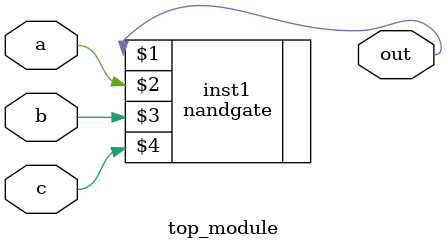
<source format=v>
module top_module (input a, input b, input c, output out);

    nandgate inst1 ( out, a, b, c );

endmodule
</source>
